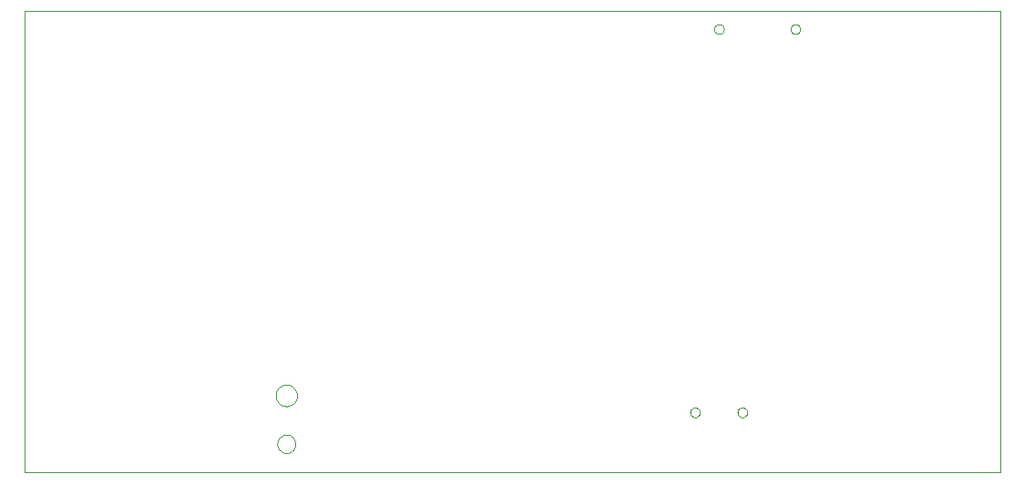
<source format=gbo>
G75*
G70*
%OFA0B0*%
%FSLAX24Y24*%
%IPPOS*%
%LPD*%
%AMOC8*
5,1,8,0,0,1.08239X$1,22.5*
%
%ADD10C,0.0000*%
D10*
X000200Y001419D02*
X000200Y018319D01*
X035900Y018319D01*
X035900Y001419D01*
X000200Y001419D01*
X009451Y002469D02*
X009453Y002505D01*
X009459Y002541D01*
X009469Y002576D01*
X009482Y002610D01*
X009499Y002642D01*
X009519Y002672D01*
X009543Y002699D01*
X009569Y002724D01*
X009598Y002746D01*
X009629Y002765D01*
X009662Y002780D01*
X009696Y002792D01*
X009732Y002800D01*
X009768Y002804D01*
X009804Y002804D01*
X009840Y002800D01*
X009876Y002792D01*
X009910Y002780D01*
X009943Y002765D01*
X009974Y002746D01*
X010003Y002724D01*
X010029Y002699D01*
X010053Y002672D01*
X010073Y002642D01*
X010090Y002610D01*
X010103Y002576D01*
X010113Y002541D01*
X010119Y002505D01*
X010121Y002469D01*
X010119Y002433D01*
X010113Y002397D01*
X010103Y002362D01*
X010090Y002328D01*
X010073Y002296D01*
X010053Y002266D01*
X010029Y002239D01*
X010003Y002214D01*
X009974Y002192D01*
X009943Y002173D01*
X009910Y002158D01*
X009876Y002146D01*
X009840Y002138D01*
X009804Y002134D01*
X009768Y002134D01*
X009732Y002138D01*
X009696Y002146D01*
X009662Y002158D01*
X009629Y002173D01*
X009598Y002192D01*
X009569Y002214D01*
X009543Y002239D01*
X009519Y002266D01*
X009499Y002296D01*
X009482Y002328D01*
X009469Y002362D01*
X009459Y002397D01*
X009453Y002433D01*
X009451Y002469D01*
X009392Y004240D02*
X009394Y004279D01*
X009400Y004318D01*
X009410Y004356D01*
X009423Y004393D01*
X009440Y004428D01*
X009460Y004462D01*
X009484Y004493D01*
X009511Y004522D01*
X009540Y004548D01*
X009572Y004571D01*
X009606Y004591D01*
X009642Y004607D01*
X009679Y004619D01*
X009718Y004628D01*
X009757Y004633D01*
X009796Y004634D01*
X009835Y004631D01*
X009874Y004624D01*
X009911Y004613D01*
X009948Y004599D01*
X009983Y004581D01*
X010016Y004560D01*
X010047Y004535D01*
X010075Y004508D01*
X010100Y004478D01*
X010122Y004445D01*
X010141Y004411D01*
X010156Y004375D01*
X010168Y004337D01*
X010176Y004299D01*
X010180Y004260D01*
X010180Y004220D01*
X010176Y004181D01*
X010168Y004143D01*
X010156Y004105D01*
X010141Y004069D01*
X010122Y004035D01*
X010100Y004002D01*
X010075Y003972D01*
X010047Y003945D01*
X010016Y003920D01*
X009983Y003899D01*
X009948Y003881D01*
X009911Y003867D01*
X009874Y003856D01*
X009835Y003849D01*
X009796Y003846D01*
X009757Y003847D01*
X009718Y003852D01*
X009679Y003861D01*
X009642Y003873D01*
X009606Y003889D01*
X009572Y003909D01*
X009540Y003932D01*
X009511Y003958D01*
X009484Y003987D01*
X009460Y004018D01*
X009440Y004052D01*
X009423Y004087D01*
X009410Y004124D01*
X009400Y004162D01*
X009394Y004201D01*
X009392Y004240D01*
X024557Y003619D02*
X024559Y003645D01*
X024565Y003671D01*
X024575Y003696D01*
X024588Y003719D01*
X024604Y003739D01*
X024624Y003757D01*
X024646Y003772D01*
X024669Y003784D01*
X024695Y003792D01*
X024721Y003796D01*
X024747Y003796D01*
X024773Y003792D01*
X024799Y003784D01*
X024823Y003772D01*
X024844Y003757D01*
X024864Y003739D01*
X024880Y003719D01*
X024893Y003696D01*
X024903Y003671D01*
X024909Y003645D01*
X024911Y003619D01*
X024909Y003593D01*
X024903Y003567D01*
X024893Y003542D01*
X024880Y003519D01*
X024864Y003499D01*
X024844Y003481D01*
X024822Y003466D01*
X024799Y003454D01*
X024773Y003446D01*
X024747Y003442D01*
X024721Y003442D01*
X024695Y003446D01*
X024669Y003454D01*
X024645Y003466D01*
X024624Y003481D01*
X024604Y003499D01*
X024588Y003519D01*
X024575Y003542D01*
X024565Y003567D01*
X024559Y003593D01*
X024557Y003619D01*
X026289Y003619D02*
X026291Y003645D01*
X026297Y003671D01*
X026307Y003696D01*
X026320Y003719D01*
X026336Y003739D01*
X026356Y003757D01*
X026378Y003772D01*
X026401Y003784D01*
X026427Y003792D01*
X026453Y003796D01*
X026479Y003796D01*
X026505Y003792D01*
X026531Y003784D01*
X026555Y003772D01*
X026576Y003757D01*
X026596Y003739D01*
X026612Y003719D01*
X026625Y003696D01*
X026635Y003671D01*
X026641Y003645D01*
X026643Y003619D01*
X026641Y003593D01*
X026635Y003567D01*
X026625Y003542D01*
X026612Y003519D01*
X026596Y003499D01*
X026576Y003481D01*
X026554Y003466D01*
X026531Y003454D01*
X026505Y003446D01*
X026479Y003442D01*
X026453Y003442D01*
X026427Y003446D01*
X026401Y003454D01*
X026377Y003466D01*
X026356Y003481D01*
X026336Y003499D01*
X026320Y003519D01*
X026307Y003542D01*
X026297Y003567D01*
X026291Y003593D01*
X026289Y003619D01*
X025438Y017661D02*
X025440Y017687D01*
X025446Y017713D01*
X025456Y017738D01*
X025469Y017761D01*
X025485Y017781D01*
X025505Y017799D01*
X025527Y017814D01*
X025550Y017826D01*
X025576Y017834D01*
X025602Y017838D01*
X025628Y017838D01*
X025654Y017834D01*
X025680Y017826D01*
X025704Y017814D01*
X025725Y017799D01*
X025745Y017781D01*
X025761Y017761D01*
X025774Y017738D01*
X025784Y017713D01*
X025790Y017687D01*
X025792Y017661D01*
X025790Y017635D01*
X025784Y017609D01*
X025774Y017584D01*
X025761Y017561D01*
X025745Y017541D01*
X025725Y017523D01*
X025703Y017508D01*
X025680Y017496D01*
X025654Y017488D01*
X025628Y017484D01*
X025602Y017484D01*
X025576Y017488D01*
X025550Y017496D01*
X025526Y017508D01*
X025505Y017523D01*
X025485Y017541D01*
X025469Y017561D01*
X025456Y017584D01*
X025446Y017609D01*
X025440Y017635D01*
X025438Y017661D01*
X028234Y017661D02*
X028236Y017687D01*
X028242Y017713D01*
X028252Y017738D01*
X028265Y017761D01*
X028281Y017781D01*
X028301Y017799D01*
X028323Y017814D01*
X028346Y017826D01*
X028372Y017834D01*
X028398Y017838D01*
X028424Y017838D01*
X028450Y017834D01*
X028476Y017826D01*
X028500Y017814D01*
X028521Y017799D01*
X028541Y017781D01*
X028557Y017761D01*
X028570Y017738D01*
X028580Y017713D01*
X028586Y017687D01*
X028588Y017661D01*
X028586Y017635D01*
X028580Y017609D01*
X028570Y017584D01*
X028557Y017561D01*
X028541Y017541D01*
X028521Y017523D01*
X028499Y017508D01*
X028476Y017496D01*
X028450Y017488D01*
X028424Y017484D01*
X028398Y017484D01*
X028372Y017488D01*
X028346Y017496D01*
X028322Y017508D01*
X028301Y017523D01*
X028281Y017541D01*
X028265Y017561D01*
X028252Y017584D01*
X028242Y017609D01*
X028236Y017635D01*
X028234Y017661D01*
M02*

</source>
